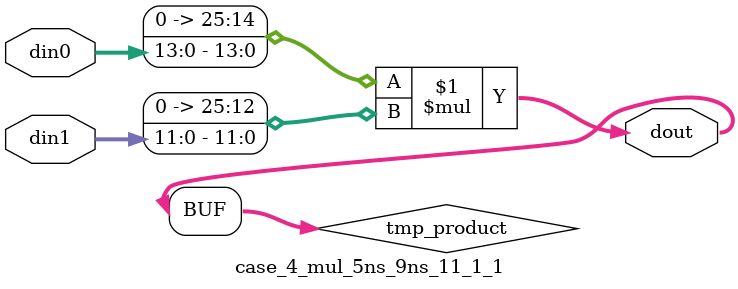
<source format=v>

`timescale 1 ns / 1 ps

 (* use_dsp = "no" *)  module case_4_mul_5ns_9ns_11_1_1(din0, din1, dout);
parameter ID = 1;
parameter NUM_STAGE = 0;
parameter din0_WIDTH = 14;
parameter din1_WIDTH = 12;
parameter dout_WIDTH = 26;

input [din0_WIDTH - 1 : 0] din0; 
input [din1_WIDTH - 1 : 0] din1; 
output [dout_WIDTH - 1 : 0] dout;

wire signed [dout_WIDTH - 1 : 0] tmp_product;
























assign tmp_product = $signed({1'b0, din0}) * $signed({1'b0, din1});











assign dout = tmp_product;





















endmodule

</source>
